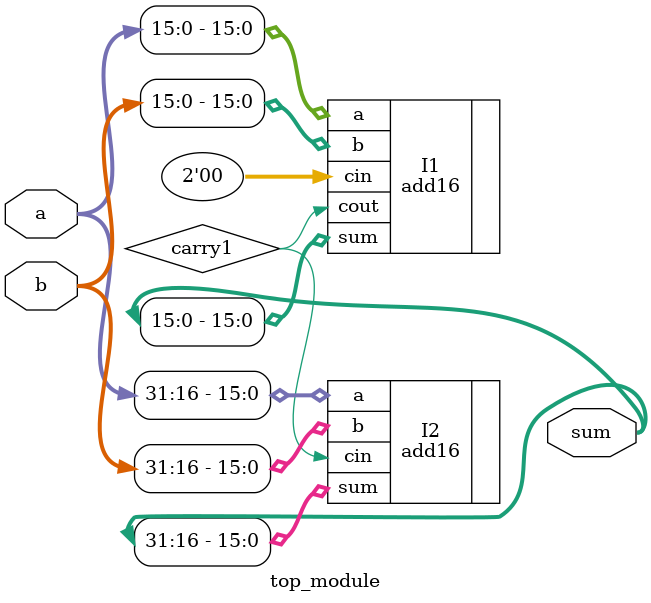
<source format=v>
module top_module(
    input [31:0] a,
    input [31:0] b,
    output [31:0] sum
);
    wire carry1;
   
    add16 I1(.a(a[15:0]),
             .b(b[15:0]),
             .cin(2'b0),
             .sum(sum[15:0]),
             .cout(carry1)
    );    
    
    add16 I2(.a(a[31:16]),
             .b(b[31:16]),
             .cin(carry1),
             .sum(sum[31:16])         		  
    );
endmodule

</source>
